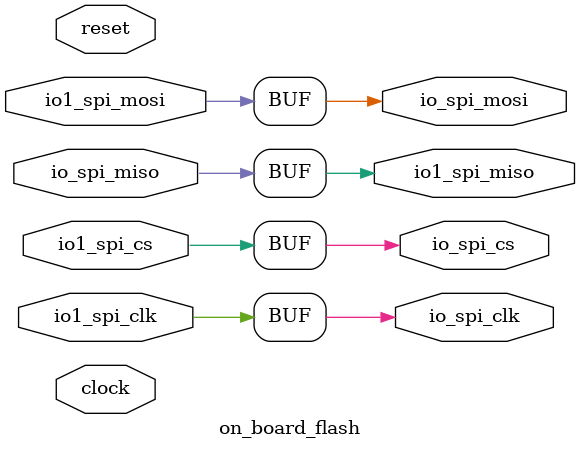
<source format=v>
module on_board_flash(
  input   clock,
  input   reset,
  output  io_spi_clk,
  output  io_spi_cs,
  output  io_spi_mosi,
  input   io_spi_miso,
  input   io1_spi_clk,
  input   io1_spi_cs,
  input   io1_spi_mosi,
  output  io1_spi_miso
);
  assign io_spi_clk = io1_spi_clk; // @[spi_flash.scala 52:9]
  assign io_spi_cs = io1_spi_cs; // @[spi_flash.scala 52:9]
  assign io_spi_mosi = io1_spi_mosi; // @[spi_flash.scala 52:9]
  assign io1_spi_miso = io_spi_miso; // @[spi_flash.scala 52:9]
endmodule

</source>
